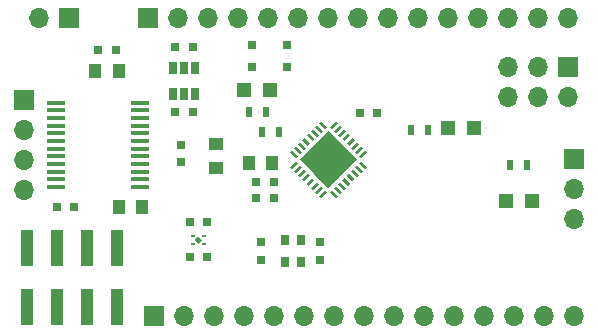
<source format=gbr>
G04 #@! TF.FileFunction,Soldermask,Top*
%FSLAX46Y46*%
G04 Gerber Fmt 4.6, Leading zero omitted, Abs format (unit mm)*
G04 Created by KiCad (PCBNEW 4.0.7) date 01/27/18 13:27:31*
%MOMM*%
%LPD*%
G01*
G04 APERTURE LIST*
%ADD10C,0.100000*%
%ADD11R,1.000000X1.250000*%
%ADD12R,1.000000X3.150000*%
%ADD13R,0.650000X0.700000*%
%ADD14R,0.750000X0.800000*%
%ADD15R,0.800000X0.750000*%
%ADD16R,1.200000X1.200000*%
%ADD17R,0.500000X0.900000*%
%ADD18R,1.700000X1.700000*%
%ADD19O,1.700000X1.700000*%
%ADD20R,0.650000X1.060000*%
%ADD21R,1.250000X1.000000*%
%ADD22R,0.750000X0.850000*%
%ADD23R,1.500000X0.450000*%
%ADD24R,0.360000X0.210000*%
G04 APERTURE END LIST*
D10*
D11*
X99000000Y-103500000D03*
X97000000Y-103500000D03*
D12*
X96810000Y-106975000D03*
X96810000Y-112025000D03*
X94270000Y-106975000D03*
X94270000Y-112025000D03*
X91730000Y-106975000D03*
X91730000Y-112025000D03*
X89190000Y-106975000D03*
X89190000Y-112025000D03*
D13*
X108250000Y-89800000D03*
X111200000Y-89800000D03*
X108250000Y-91700000D03*
X111200000Y-91700000D03*
D14*
X114000000Y-106500000D03*
X114000000Y-108000000D03*
X109000000Y-108000000D03*
X109000000Y-106500000D03*
D15*
X110100000Y-101400000D03*
X108600000Y-101400000D03*
X110100000Y-102800000D03*
X108600000Y-102800000D03*
X118900000Y-95600000D03*
X117400000Y-95600000D03*
X93250000Y-103500000D03*
X91750000Y-103500000D03*
D14*
X102250000Y-99750000D03*
X102250000Y-98250000D03*
D15*
X103250000Y-95500000D03*
X101750000Y-95500000D03*
D16*
X124900000Y-96800000D03*
X127100000Y-96800000D03*
X109800000Y-93600000D03*
X107600000Y-93600000D03*
X132000000Y-103000000D03*
X129800000Y-103000000D03*
D17*
X108000000Y-95500000D03*
X109500000Y-95500000D03*
X109100000Y-97200000D03*
X110600000Y-97200000D03*
X121700000Y-97000000D03*
X123200000Y-97000000D03*
X130100000Y-100000000D03*
X131600000Y-100000000D03*
D15*
X103000000Y-107750000D03*
X104500000Y-107750000D03*
D18*
X135500000Y-99500000D03*
D19*
X135500000Y-102040000D03*
X135500000Y-104580000D03*
D20*
X101550000Y-93950000D03*
X102500000Y-93950000D03*
X103450000Y-93950000D03*
X103450000Y-91750000D03*
X101550000Y-91750000D03*
X102500000Y-91750000D03*
D18*
X135040000Y-91710000D03*
D19*
X135040000Y-94250000D03*
X132500000Y-91710000D03*
X132500000Y-94250000D03*
X129960000Y-91710000D03*
X129960000Y-94250000D03*
D11*
X108000000Y-99800000D03*
X110000000Y-99800000D03*
D15*
X96750000Y-90250000D03*
X95250000Y-90250000D03*
D11*
X95000000Y-92000000D03*
X97000000Y-92000000D03*
D21*
X105200000Y-98200000D03*
X105200000Y-100200000D03*
D15*
X104500000Y-104750000D03*
X103000000Y-104750000D03*
X103250000Y-90000000D03*
X101750000Y-90000000D03*
D18*
X100000000Y-112750000D03*
D19*
X102540000Y-112750000D03*
X105080000Y-112750000D03*
X107620000Y-112750000D03*
X110160000Y-112750000D03*
X112700000Y-112750000D03*
X115240000Y-112750000D03*
X117780000Y-112750000D03*
X120320000Y-112750000D03*
X122860000Y-112750000D03*
X125400000Y-112750000D03*
X127940000Y-112750000D03*
X130480000Y-112750000D03*
X133020000Y-112750000D03*
X135560000Y-112750000D03*
D18*
X99500000Y-87500000D03*
D19*
X102040000Y-87500000D03*
X104580000Y-87500000D03*
X107120000Y-87500000D03*
X109660000Y-87500000D03*
X112200000Y-87500000D03*
X114740000Y-87500000D03*
X117280000Y-87500000D03*
X119820000Y-87500000D03*
X122360000Y-87500000D03*
X124900000Y-87500000D03*
X127440000Y-87500000D03*
X129980000Y-87500000D03*
X132520000Y-87500000D03*
X135060000Y-87500000D03*
D18*
X92750000Y-87500000D03*
D19*
X90210000Y-87500000D03*
D18*
X89000000Y-94460000D03*
D19*
X89000000Y-97000000D03*
X89000000Y-99540000D03*
X89000000Y-102080000D03*
D22*
X112425000Y-108175000D03*
X111075000Y-108175000D03*
X112425000Y-106325000D03*
X111075000Y-106325000D03*
D10*
G36*
X111656408Y-100295495D02*
X111479631Y-100118718D01*
X111974606Y-99623743D01*
X112151383Y-99800520D01*
X111656408Y-100295495D01*
X111656408Y-100295495D01*
G37*
G36*
X112009961Y-100649049D02*
X111833184Y-100472272D01*
X112328159Y-99977297D01*
X112504936Y-100154074D01*
X112009961Y-100649049D01*
X112009961Y-100649049D01*
G37*
G36*
X112363515Y-101002602D02*
X112186738Y-100825825D01*
X112681713Y-100330850D01*
X112858490Y-100507627D01*
X112363515Y-101002602D01*
X112363515Y-101002602D01*
G37*
G36*
X112717068Y-101356156D02*
X112540291Y-101179379D01*
X113035266Y-100684404D01*
X113212043Y-100861181D01*
X112717068Y-101356156D01*
X112717068Y-101356156D01*
G37*
G36*
X113070621Y-101709709D02*
X112893844Y-101532932D01*
X113388819Y-101037957D01*
X113565596Y-101214734D01*
X113070621Y-101709709D01*
X113070621Y-101709709D01*
G37*
G36*
X113424175Y-102063262D02*
X113247398Y-101886485D01*
X113742373Y-101391510D01*
X113919150Y-101568287D01*
X113424175Y-102063262D01*
X113424175Y-102063262D01*
G37*
G36*
X113777728Y-102416816D02*
X113600951Y-102240039D01*
X114095926Y-101745064D01*
X114272703Y-101921841D01*
X113777728Y-102416816D01*
X113777728Y-102416816D01*
G37*
G36*
X114131282Y-102770369D02*
X113954505Y-102593592D01*
X114449480Y-102098617D01*
X114626257Y-102275394D01*
X114131282Y-102770369D01*
X114131282Y-102770369D01*
G37*
G36*
X115545495Y-102593592D02*
X115368718Y-102770369D01*
X114873743Y-102275394D01*
X115050520Y-102098617D01*
X115545495Y-102593592D01*
X115545495Y-102593592D01*
G37*
G36*
X115899049Y-102240039D02*
X115722272Y-102416816D01*
X115227297Y-101921841D01*
X115404074Y-101745064D01*
X115899049Y-102240039D01*
X115899049Y-102240039D01*
G37*
G36*
X116252602Y-101886485D02*
X116075825Y-102063262D01*
X115580850Y-101568287D01*
X115757627Y-101391510D01*
X116252602Y-101886485D01*
X116252602Y-101886485D01*
G37*
G36*
X116606156Y-101532932D02*
X116429379Y-101709709D01*
X115934404Y-101214734D01*
X116111181Y-101037957D01*
X116606156Y-101532932D01*
X116606156Y-101532932D01*
G37*
G36*
X116959709Y-101179379D02*
X116782932Y-101356156D01*
X116287957Y-100861181D01*
X116464734Y-100684404D01*
X116959709Y-101179379D01*
X116959709Y-101179379D01*
G37*
G36*
X117313262Y-100825825D02*
X117136485Y-101002602D01*
X116641510Y-100507627D01*
X116818287Y-100330850D01*
X117313262Y-100825825D01*
X117313262Y-100825825D01*
G37*
G36*
X117666816Y-100472272D02*
X117490039Y-100649049D01*
X116995064Y-100154074D01*
X117171841Y-99977297D01*
X117666816Y-100472272D01*
X117666816Y-100472272D01*
G37*
G36*
X118020369Y-100118718D02*
X117843592Y-100295495D01*
X117348617Y-99800520D01*
X117525394Y-99623743D01*
X118020369Y-100118718D01*
X118020369Y-100118718D01*
G37*
G36*
X117525394Y-99376257D02*
X117348617Y-99199480D01*
X117843592Y-98704505D01*
X118020369Y-98881282D01*
X117525394Y-99376257D01*
X117525394Y-99376257D01*
G37*
G36*
X117171841Y-99022703D02*
X116995064Y-98845926D01*
X117490039Y-98350951D01*
X117666816Y-98527728D01*
X117171841Y-99022703D01*
X117171841Y-99022703D01*
G37*
G36*
X116818287Y-98669150D02*
X116641510Y-98492373D01*
X117136485Y-97997398D01*
X117313262Y-98174175D01*
X116818287Y-98669150D01*
X116818287Y-98669150D01*
G37*
G36*
X116464734Y-98315596D02*
X116287957Y-98138819D01*
X116782932Y-97643844D01*
X116959709Y-97820621D01*
X116464734Y-98315596D01*
X116464734Y-98315596D01*
G37*
G36*
X116111181Y-97962043D02*
X115934404Y-97785266D01*
X116429379Y-97290291D01*
X116606156Y-97467068D01*
X116111181Y-97962043D01*
X116111181Y-97962043D01*
G37*
G36*
X115757627Y-97608490D02*
X115580850Y-97431713D01*
X116075825Y-96936738D01*
X116252602Y-97113515D01*
X115757627Y-97608490D01*
X115757627Y-97608490D01*
G37*
G36*
X115404074Y-97254936D02*
X115227297Y-97078159D01*
X115722272Y-96583184D01*
X115899049Y-96759961D01*
X115404074Y-97254936D01*
X115404074Y-97254936D01*
G37*
G36*
X115050520Y-96901383D02*
X114873743Y-96724606D01*
X115368718Y-96229631D01*
X115545495Y-96406408D01*
X115050520Y-96901383D01*
X115050520Y-96901383D01*
G37*
G36*
X114626257Y-96724606D02*
X114449480Y-96901383D01*
X113954505Y-96406408D01*
X114131282Y-96229631D01*
X114626257Y-96724606D01*
X114626257Y-96724606D01*
G37*
G36*
X114272703Y-97078159D02*
X114095926Y-97254936D01*
X113600951Y-96759961D01*
X113777728Y-96583184D01*
X114272703Y-97078159D01*
X114272703Y-97078159D01*
G37*
G36*
X113919150Y-97431713D02*
X113742373Y-97608490D01*
X113247398Y-97113515D01*
X113424175Y-96936738D01*
X113919150Y-97431713D01*
X113919150Y-97431713D01*
G37*
G36*
X113565596Y-97785266D02*
X113388819Y-97962043D01*
X112893844Y-97467068D01*
X113070621Y-97290291D01*
X113565596Y-97785266D01*
X113565596Y-97785266D01*
G37*
G36*
X113212043Y-98138819D02*
X113035266Y-98315596D01*
X112540291Y-97820621D01*
X112717068Y-97643844D01*
X113212043Y-98138819D01*
X113212043Y-98138819D01*
G37*
G36*
X112858490Y-98492373D02*
X112681713Y-98669150D01*
X112186738Y-98174175D01*
X112363515Y-97997398D01*
X112858490Y-98492373D01*
X112858490Y-98492373D01*
G37*
G36*
X112504936Y-98845926D02*
X112328159Y-99022703D01*
X111833184Y-98527728D01*
X112009961Y-98350951D01*
X112504936Y-98845926D01*
X112504936Y-98845926D01*
G37*
G36*
X112151383Y-99199480D02*
X111974606Y-99376257D01*
X111479631Y-98881282D01*
X111656408Y-98704505D01*
X112151383Y-99199480D01*
X112151383Y-99199480D01*
G37*
G36*
X115969759Y-100719759D02*
X114750000Y-99500000D01*
X115969759Y-98280241D01*
X117189518Y-99500000D01*
X115969759Y-100719759D01*
X115969759Y-100719759D01*
G37*
G36*
X114750000Y-99500000D02*
X113530241Y-98280241D01*
X114750000Y-97060482D01*
X115969759Y-98280241D01*
X114750000Y-99500000D01*
X114750000Y-99500000D01*
G37*
G36*
X114750000Y-101939518D02*
X113530241Y-100719759D01*
X114750000Y-99500000D01*
X115969759Y-100719759D01*
X114750000Y-101939518D01*
X114750000Y-101939518D01*
G37*
G36*
X113530241Y-100719759D02*
X112310482Y-99500000D01*
X113530241Y-98280241D01*
X114750000Y-99500000D01*
X113530241Y-100719759D01*
X113530241Y-100719759D01*
G37*
D23*
X91675000Y-94675000D03*
X91675000Y-95325000D03*
X91675000Y-95975000D03*
X91675000Y-96625000D03*
X91675000Y-97275000D03*
X91675000Y-97925000D03*
X91675000Y-98575000D03*
X91675000Y-99225000D03*
X91675000Y-99875000D03*
X91675000Y-100525000D03*
X91675000Y-101175000D03*
X91675000Y-101825000D03*
X98825000Y-101825000D03*
X98825000Y-101175000D03*
X98825000Y-100525000D03*
X98825000Y-99875000D03*
X98825000Y-99225000D03*
X98825000Y-98575000D03*
X98825000Y-97925000D03*
X98825000Y-97275000D03*
X98825000Y-96625000D03*
X98825000Y-95975000D03*
X98825000Y-95325000D03*
X98825000Y-94675000D03*
D10*
G36*
X103744200Y-105967711D02*
X104082290Y-106294201D01*
X103755800Y-106632291D01*
X103417710Y-106305801D01*
X103744200Y-105967711D01*
X103744200Y-105967711D01*
G37*
D24*
X104180000Y-105975001D03*
X103320000Y-105975001D03*
X104180000Y-106625001D03*
X103320000Y-106625001D03*
M02*

</source>
